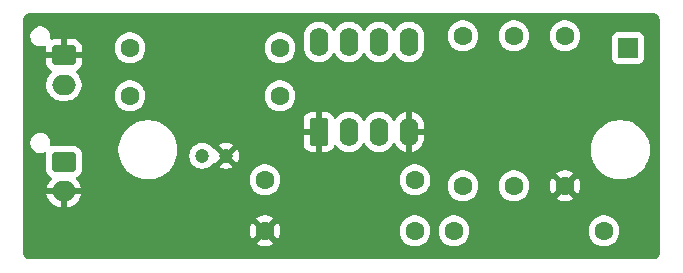
<source format=gbl>
%TF.GenerationSoftware,KiCad,Pcbnew,9.0.2*%
%TF.CreationDate,2025-07-07T17:16:47-07:00*%
%TF.ProjectId,switch_debounce_unit,73776974-6368-45f6-9465-626f756e6365,rev?*%
%TF.SameCoordinates,Original*%
%TF.FileFunction,Copper,L2,Bot*%
%TF.FilePolarity,Positive*%
%FSLAX46Y46*%
G04 Gerber Fmt 4.6, Leading zero omitted, Abs format (unit mm)*
G04 Created by KiCad (PCBNEW 9.0.2) date 2025-07-07 17:16:47*
%MOMM*%
%LPD*%
G01*
G04 APERTURE LIST*
G04 Aperture macros list*
%AMRoundRect*
0 Rectangle with rounded corners*
0 $1 Rounding radius*
0 $2 $3 $4 $5 $6 $7 $8 $9 X,Y pos of 4 corners*
0 Add a 4 corners polygon primitive as box body*
4,1,4,$2,$3,$4,$5,$6,$7,$8,$9,$2,$3,0*
0 Add four circle primitives for the rounded corners*
1,1,$1+$1,$2,$3*
1,1,$1+$1,$4,$5*
1,1,$1+$1,$6,$7*
1,1,$1+$1,$8,$9*
0 Add four rect primitives between the rounded corners*
20,1,$1+$1,$2,$3,$4,$5,0*
20,1,$1+$1,$4,$5,$6,$7,0*
20,1,$1+$1,$6,$7,$8,$9,0*
20,1,$1+$1,$8,$9,$2,$3,0*%
G04 Aperture macros list end*
%TA.AperFunction,ComponentPad*%
%ADD10RoundRect,0.250000X-0.750000X0.600000X-0.750000X-0.600000X0.750000X-0.600000X0.750000X0.600000X0*%
%TD*%
%TA.AperFunction,ComponentPad*%
%ADD11O,2.000000X1.700000*%
%TD*%
%TA.AperFunction,ComponentPad*%
%ADD12C,1.600000*%
%TD*%
%TA.AperFunction,ComponentPad*%
%ADD13RoundRect,0.250000X0.550000X-0.950000X0.550000X0.950000X-0.550000X0.950000X-0.550000X-0.950000X0*%
%TD*%
%TA.AperFunction,ComponentPad*%
%ADD14O,1.600000X2.400000*%
%TD*%
%TA.AperFunction,ComponentPad*%
%ADD15R,1.700000X1.700000*%
%TD*%
%TA.AperFunction,ComponentPad*%
%ADD16C,1.200000*%
%TD*%
G04 APERTURE END LIST*
D10*
%TO.P,SW1,1,1*%
%TO.N,GND*%
X16002000Y-16129000D03*
D11*
%TO.P,SW1,2,2*%
%TO.N,Net-(R31-Pad2)*%
X16002000Y-18629000D03*
%TD*%
D10*
%TO.P,BT1,1,+*%
%TO.N,+5V*%
X16002000Y-25146000D03*
D11*
%TO.P,BT1,2,-*%
%TO.N,GND*%
X16002000Y-27646000D03*
%TD*%
D12*
%TO.P,R36,2*%
%TO.N,Net-(R1-Pad1)*%
X49784000Y-27178000D03*
%TO.P,R36,1*%
%TO.N,+5V*%
X49784000Y-14478000D03*
%TD*%
%TO.P,R1,1*%
%TO.N,Net-(R1-Pad1)*%
X54102000Y-27178000D03*
%TO.P,R1,2*%
%TO.N,Net-(V_out1-Pin_1)*%
X54102000Y-14478000D03*
%TD*%
D13*
%TO.P,U1,1,EMIT*%
%TO.N,GND*%
X37592000Y-22606000D03*
D14*
%TO.P,U1,2,+*%
%TO.N,Net-(U1-+)*%
X40132000Y-22606000D03*
%TO.P,U1,3,-*%
%TO.N,Net-(U1--)*%
X42672000Y-22606000D03*
%TO.P,U1,4,V-*%
%TO.N,GND*%
X45212000Y-22606000D03*
%TO.P,U1,5,BAL*%
%TO.N,unconnected-(U1-BAL-Pad5)*%
X45212000Y-14986000D03*
%TO.P,U1,6,STRB*%
%TO.N,unconnected-(U1-STRB-Pad6)*%
X42672000Y-14986000D03*
%TO.P,U1,7*%
%TO.N,Net-(R1-Pad1)*%
X40132000Y-14986000D03*
%TO.P,U1,8,V+*%
%TO.N,+5V*%
X37592000Y-14986000D03*
%TD*%
D12*
%TO.P,R34,1*%
%TO.N,GND*%
X33020000Y-30988000D03*
%TO.P,R34,2*%
%TO.N,Net-(U1-+)*%
X45720000Y-30988000D03*
%TD*%
D15*
%TO.P,V_out1,1,Pin_1*%
%TO.N,Net-(V_out1-Pin_1)*%
X63754000Y-15494000D03*
%TD*%
D12*
%TO.P,R33,1*%
%TO.N,Net-(U1-+)*%
X45720000Y-26670000D03*
%TO.P,R33,2*%
%TO.N,+5V*%
X33020000Y-26670000D03*
%TD*%
%TO.P,R32,1*%
%TO.N,Net-(R31-Pad2)*%
X21590000Y-15494000D03*
%TO.P,R32,2*%
%TO.N,Net-(U1--)*%
X34290000Y-15494000D03*
%TD*%
%TO.P,R31,1*%
%TO.N,+5V*%
X34290000Y-19558000D03*
%TO.P,R31,2*%
%TO.N,Net-(R31-Pad2)*%
X21590000Y-19558000D03*
%TD*%
%TO.P,R2,1*%
%TO.N,GND*%
X58420000Y-27178000D03*
%TO.P,R2,2*%
%TO.N,Net-(V_out1-Pin_1)*%
X58420000Y-14478000D03*
%TD*%
%TO.P,R35,1*%
%TO.N,Net-(R1-Pad1)*%
X61722000Y-30988000D03*
%TO.P,R35,2*%
%TO.N,Net-(U1-+)*%
X49022000Y-30988000D03*
%TD*%
D16*
%TO.P,C6,1*%
%TO.N,Net-(U1--)*%
X27718000Y-24638000D03*
%TO.P,C6,2*%
%TO.N,GND*%
X29718000Y-24638000D03*
%TD*%
%TA.AperFunction,Conductor*%
%TO.N,GND*%
G36*
X65935922Y-12566280D02*
G01*
X66026266Y-12576459D01*
X66053331Y-12582636D01*
X66132540Y-12610352D01*
X66157553Y-12622398D01*
X66228606Y-12667043D01*
X66250313Y-12684355D01*
X66309644Y-12743686D01*
X66326957Y-12765395D01*
X66371600Y-12836444D01*
X66383648Y-12861462D01*
X66411362Y-12940666D01*
X66417540Y-12967735D01*
X66427720Y-13058076D01*
X66428500Y-13071961D01*
X66428500Y-32902038D01*
X66427720Y-32915922D01*
X66427720Y-32915923D01*
X66417540Y-33006264D01*
X66411362Y-33033333D01*
X66383648Y-33112537D01*
X66371600Y-33137555D01*
X66326957Y-33208604D01*
X66309644Y-33230313D01*
X66250313Y-33289644D01*
X66228604Y-33306957D01*
X66157555Y-33351600D01*
X66132537Y-33363648D01*
X66053333Y-33391362D01*
X66026264Y-33397540D01*
X65946075Y-33406576D01*
X65935921Y-33407720D01*
X65922038Y-33408500D01*
X13071962Y-33408500D01*
X13058078Y-33407720D01*
X13045553Y-33406308D01*
X12967735Y-33397540D01*
X12940666Y-33391362D01*
X12861462Y-33363648D01*
X12836444Y-33351600D01*
X12765395Y-33306957D01*
X12743686Y-33289644D01*
X12684355Y-33230313D01*
X12667042Y-33208604D01*
X12622399Y-33137555D01*
X12610351Y-33112537D01*
X12582637Y-33033333D01*
X12576459Y-33006263D01*
X12566280Y-32915922D01*
X12565500Y-32902038D01*
X12565500Y-30885682D01*
X31720000Y-30885682D01*
X31720000Y-31090317D01*
X31752009Y-31292417D01*
X31815244Y-31487031D01*
X31908141Y-31669350D01*
X31908147Y-31669359D01*
X31940523Y-31713921D01*
X31940524Y-31713922D01*
X32620000Y-31034446D01*
X32620000Y-31040661D01*
X32647259Y-31142394D01*
X32699920Y-31233606D01*
X32774394Y-31308080D01*
X32865606Y-31360741D01*
X32967339Y-31388000D01*
X32973553Y-31388000D01*
X32294076Y-32067474D01*
X32338650Y-32099859D01*
X32520968Y-32192755D01*
X32715582Y-32255990D01*
X32917683Y-32288000D01*
X33122317Y-32288000D01*
X33324417Y-32255990D01*
X33519031Y-32192755D01*
X33701349Y-32099859D01*
X33745921Y-32067474D01*
X33066447Y-31388000D01*
X33072661Y-31388000D01*
X33174394Y-31360741D01*
X33265606Y-31308080D01*
X33340080Y-31233606D01*
X33392741Y-31142394D01*
X33420000Y-31040661D01*
X33420000Y-31034447D01*
X34099474Y-31713921D01*
X34131859Y-31669349D01*
X34224755Y-31487031D01*
X34287990Y-31292417D01*
X34320000Y-31090317D01*
X34320000Y-30885682D01*
X34319995Y-30885648D01*
X44419500Y-30885648D01*
X44419500Y-31090351D01*
X44451522Y-31292534D01*
X44514781Y-31487223D01*
X44578691Y-31612653D01*
X44607585Y-31669359D01*
X44607715Y-31669613D01*
X44728028Y-31835213D01*
X44872786Y-31979971D01*
X44993226Y-32067474D01*
X45038390Y-32100287D01*
X45154607Y-32159503D01*
X45220776Y-32193218D01*
X45220778Y-32193218D01*
X45220781Y-32193220D01*
X45325137Y-32227127D01*
X45415465Y-32256477D01*
X45516557Y-32272488D01*
X45617648Y-32288500D01*
X45617649Y-32288500D01*
X45822351Y-32288500D01*
X45822352Y-32288500D01*
X46024534Y-32256477D01*
X46219219Y-32193220D01*
X46401610Y-32100287D01*
X46494590Y-32032732D01*
X46567213Y-31979971D01*
X46567215Y-31979968D01*
X46567219Y-31979966D01*
X46711966Y-31835219D01*
X46711968Y-31835215D01*
X46711971Y-31835213D01*
X46764732Y-31762590D01*
X46832287Y-31669610D01*
X46925220Y-31487219D01*
X46988477Y-31292534D01*
X47020500Y-31090352D01*
X47020500Y-30885648D01*
X47721500Y-30885648D01*
X47721500Y-31090351D01*
X47753522Y-31292534D01*
X47816781Y-31487223D01*
X47880691Y-31612653D01*
X47909585Y-31669359D01*
X47909715Y-31669613D01*
X48030028Y-31835213D01*
X48174786Y-31979971D01*
X48295226Y-32067474D01*
X48340390Y-32100287D01*
X48456607Y-32159503D01*
X48522776Y-32193218D01*
X48522778Y-32193218D01*
X48522781Y-32193220D01*
X48627137Y-32227127D01*
X48717465Y-32256477D01*
X48818557Y-32272488D01*
X48919648Y-32288500D01*
X48919649Y-32288500D01*
X49124351Y-32288500D01*
X49124352Y-32288500D01*
X49326534Y-32256477D01*
X49521219Y-32193220D01*
X49703610Y-32100287D01*
X49796590Y-32032732D01*
X49869213Y-31979971D01*
X49869215Y-31979968D01*
X49869219Y-31979966D01*
X50013966Y-31835219D01*
X50013968Y-31835215D01*
X50013971Y-31835213D01*
X50066732Y-31762590D01*
X50134287Y-31669610D01*
X50227220Y-31487219D01*
X50290477Y-31292534D01*
X50322500Y-31090352D01*
X50322500Y-30885648D01*
X60421500Y-30885648D01*
X60421500Y-31090351D01*
X60453522Y-31292534D01*
X60516781Y-31487223D01*
X60580691Y-31612653D01*
X60609585Y-31669359D01*
X60609715Y-31669613D01*
X60730028Y-31835213D01*
X60874786Y-31979971D01*
X60995226Y-32067474D01*
X61040390Y-32100287D01*
X61156607Y-32159503D01*
X61222776Y-32193218D01*
X61222778Y-32193218D01*
X61222781Y-32193220D01*
X61327137Y-32227127D01*
X61417465Y-32256477D01*
X61518557Y-32272488D01*
X61619648Y-32288500D01*
X61619649Y-32288500D01*
X61824351Y-32288500D01*
X61824352Y-32288500D01*
X62026534Y-32256477D01*
X62221219Y-32193220D01*
X62403610Y-32100287D01*
X62496590Y-32032732D01*
X62569213Y-31979971D01*
X62569215Y-31979968D01*
X62569219Y-31979966D01*
X62713966Y-31835219D01*
X62713968Y-31835215D01*
X62713971Y-31835213D01*
X62766732Y-31762590D01*
X62834287Y-31669610D01*
X62927220Y-31487219D01*
X62990477Y-31292534D01*
X63022500Y-31090352D01*
X63022500Y-30885648D01*
X63014257Y-30833606D01*
X62990477Y-30683465D01*
X62959458Y-30588000D01*
X62927220Y-30488781D01*
X62927218Y-30488778D01*
X62927218Y-30488776D01*
X62834419Y-30306650D01*
X62834287Y-30306390D01*
X62802092Y-30262077D01*
X62713971Y-30140786D01*
X62569213Y-29996028D01*
X62403613Y-29875715D01*
X62403612Y-29875714D01*
X62403610Y-29875713D01*
X62346653Y-29846691D01*
X62221223Y-29782781D01*
X62026534Y-29719522D01*
X61851995Y-29691878D01*
X61824352Y-29687500D01*
X61619648Y-29687500D01*
X61595329Y-29691351D01*
X61417465Y-29719522D01*
X61222776Y-29782781D01*
X61040386Y-29875715D01*
X60874786Y-29996028D01*
X60730028Y-30140786D01*
X60609715Y-30306386D01*
X60516781Y-30488776D01*
X60453522Y-30683465D01*
X60421500Y-30885648D01*
X50322500Y-30885648D01*
X50314257Y-30833606D01*
X50290477Y-30683465D01*
X50259458Y-30588000D01*
X50227220Y-30488781D01*
X50227218Y-30488778D01*
X50227218Y-30488776D01*
X50134419Y-30306650D01*
X50134287Y-30306390D01*
X50102092Y-30262077D01*
X50013971Y-30140786D01*
X49869213Y-29996028D01*
X49703613Y-29875715D01*
X49703612Y-29875714D01*
X49703610Y-29875713D01*
X49646653Y-29846691D01*
X49521223Y-29782781D01*
X49326534Y-29719522D01*
X49151995Y-29691878D01*
X49124352Y-29687500D01*
X48919648Y-29687500D01*
X48895329Y-29691351D01*
X48717465Y-29719522D01*
X48522776Y-29782781D01*
X48340386Y-29875715D01*
X48174786Y-29996028D01*
X48030028Y-30140786D01*
X47909715Y-30306386D01*
X47816781Y-30488776D01*
X47753522Y-30683465D01*
X47721500Y-30885648D01*
X47020500Y-30885648D01*
X47012257Y-30833606D01*
X46988477Y-30683465D01*
X46957458Y-30588000D01*
X46925220Y-30488781D01*
X46925218Y-30488778D01*
X46925218Y-30488776D01*
X46832419Y-30306650D01*
X46832287Y-30306390D01*
X46800092Y-30262077D01*
X46711971Y-30140786D01*
X46567213Y-29996028D01*
X46401613Y-29875715D01*
X46401612Y-29875714D01*
X46401610Y-29875713D01*
X46344653Y-29846691D01*
X46219223Y-29782781D01*
X46024534Y-29719522D01*
X45849995Y-29691878D01*
X45822352Y-29687500D01*
X45617648Y-29687500D01*
X45593329Y-29691351D01*
X45415465Y-29719522D01*
X45220776Y-29782781D01*
X45038386Y-29875715D01*
X44872786Y-29996028D01*
X44728028Y-30140786D01*
X44607715Y-30306386D01*
X44514781Y-30488776D01*
X44451522Y-30683465D01*
X44419500Y-30885648D01*
X34319995Y-30885648D01*
X34287990Y-30683582D01*
X34224755Y-30488968D01*
X34131859Y-30306650D01*
X34099474Y-30262077D01*
X34099474Y-30262076D01*
X33420000Y-30941551D01*
X33420000Y-30935339D01*
X33392741Y-30833606D01*
X33340080Y-30742394D01*
X33265606Y-30667920D01*
X33174394Y-30615259D01*
X33072661Y-30588000D01*
X33066446Y-30588000D01*
X33745922Y-29908524D01*
X33745921Y-29908523D01*
X33701359Y-29876147D01*
X33701350Y-29876141D01*
X33519031Y-29783244D01*
X33324417Y-29720009D01*
X33122317Y-29688000D01*
X32917683Y-29688000D01*
X32715582Y-29720009D01*
X32520968Y-29783244D01*
X32338644Y-29876143D01*
X32294077Y-29908523D01*
X32294077Y-29908524D01*
X32973554Y-30588000D01*
X32967339Y-30588000D01*
X32865606Y-30615259D01*
X32774394Y-30667920D01*
X32699920Y-30742394D01*
X32647259Y-30833606D01*
X32620000Y-30935339D01*
X32620000Y-30941553D01*
X31940524Y-30262077D01*
X31940523Y-30262077D01*
X31908143Y-30306644D01*
X31815244Y-30488968D01*
X31752009Y-30683582D01*
X31720000Y-30885682D01*
X12565500Y-30885682D01*
X12565500Y-23462228D01*
X13151500Y-23462228D01*
X13151500Y-23629771D01*
X13184182Y-23794074D01*
X13184184Y-23794082D01*
X13248295Y-23948860D01*
X13341373Y-24088162D01*
X13459837Y-24206626D01*
X13510318Y-24240356D01*
X13599137Y-24299703D01*
X13753918Y-24363816D01*
X13901643Y-24393200D01*
X13918228Y-24396499D01*
X13918232Y-24396500D01*
X13918233Y-24396500D01*
X14085768Y-24396500D01*
X14085769Y-24396499D01*
X14250082Y-24363816D01*
X14334786Y-24328729D01*
X14404254Y-24321261D01*
X14466733Y-24352536D01*
X14502386Y-24412624D01*
X14505596Y-24455893D01*
X14501500Y-24495981D01*
X14501500Y-25796001D01*
X14501501Y-25796018D01*
X14512000Y-25898796D01*
X14512001Y-25898799D01*
X14536517Y-25972781D01*
X14567186Y-26065334D01*
X14633300Y-26172523D01*
X14659289Y-26214657D01*
X14783344Y-26338712D01*
X14938558Y-26434448D01*
X14985283Y-26486396D01*
X14996506Y-26555358D01*
X14968663Y-26619441D01*
X14961144Y-26627668D01*
X14822271Y-26766541D01*
X14697379Y-26938442D01*
X14600904Y-27127782D01*
X14535242Y-27329870D01*
X14535242Y-27329873D01*
X14524769Y-27396000D01*
X15568988Y-27396000D01*
X15536075Y-27453007D01*
X15502000Y-27580174D01*
X15502000Y-27711826D01*
X15536075Y-27838993D01*
X15568988Y-27896000D01*
X14524769Y-27896000D01*
X14535242Y-27962126D01*
X14535242Y-27962129D01*
X14600904Y-28164217D01*
X14697379Y-28353557D01*
X14822272Y-28525459D01*
X14822276Y-28525464D01*
X14972535Y-28675723D01*
X14972540Y-28675727D01*
X15144442Y-28800620D01*
X15333782Y-28897095D01*
X15535870Y-28962757D01*
X15745754Y-28996000D01*
X15752000Y-28996000D01*
X15752000Y-28079012D01*
X15809007Y-28111925D01*
X15936174Y-28146000D01*
X16067826Y-28146000D01*
X16194993Y-28111925D01*
X16252000Y-28079012D01*
X16252000Y-28996000D01*
X16258246Y-28996000D01*
X16468127Y-28962757D01*
X16468130Y-28962757D01*
X16670217Y-28897095D01*
X16859557Y-28800620D01*
X17031459Y-28675727D01*
X17031464Y-28675723D01*
X17181723Y-28525464D01*
X17181727Y-28525459D01*
X17306620Y-28353557D01*
X17403095Y-28164217D01*
X17468757Y-27962129D01*
X17468757Y-27962126D01*
X17479231Y-27896000D01*
X16435012Y-27896000D01*
X16467925Y-27838993D01*
X16502000Y-27711826D01*
X16502000Y-27580174D01*
X16467925Y-27453007D01*
X16435012Y-27396000D01*
X17479231Y-27396000D01*
X17468757Y-27329873D01*
X17468757Y-27329870D01*
X17403095Y-27127782D01*
X17306620Y-26938442D01*
X17181727Y-26766540D01*
X17181723Y-26766535D01*
X17042856Y-26627668D01*
X17009371Y-26566345D01*
X17014355Y-26496653D01*
X17056227Y-26440720D01*
X17065441Y-26434448D01*
X17071331Y-26430814D01*
X17071334Y-26430814D01*
X17220656Y-26338712D01*
X17344712Y-26214656D01*
X17436814Y-26065334D01*
X17491999Y-25898797D01*
X17502500Y-25796009D01*
X17502499Y-24495992D01*
X17491999Y-24393203D01*
X17436814Y-24226666D01*
X17344712Y-24077344D01*
X17256936Y-23989568D01*
X20613500Y-23989568D01*
X20613500Y-24270431D01*
X20644942Y-24549494D01*
X20644945Y-24549512D01*
X20707439Y-24823317D01*
X20707443Y-24823329D01*
X20800200Y-25088411D01*
X20922053Y-25341442D01*
X20930528Y-25354930D01*
X21071477Y-25579248D01*
X21198078Y-25738000D01*
X21244337Y-25796008D01*
X21246584Y-25798825D01*
X21445175Y-25997416D01*
X21664752Y-26172523D01*
X21731808Y-26214657D01*
X21902557Y-26321946D01*
X21937372Y-26338712D01*
X22155592Y-26443801D01*
X22354680Y-26513465D01*
X22420670Y-26536556D01*
X22420682Y-26536560D01*
X22694491Y-26599055D01*
X22694497Y-26599055D01*
X22694505Y-26599057D01*
X22875423Y-26619441D01*
X22973569Y-26630499D01*
X22973572Y-26630500D01*
X22973575Y-26630500D01*
X23254428Y-26630500D01*
X23254429Y-26630499D01*
X23397055Y-26614429D01*
X23533494Y-26599057D01*
X23533499Y-26599056D01*
X23533509Y-26599055D01*
X23671112Y-26567648D01*
X31719500Y-26567648D01*
X31719500Y-26772351D01*
X31751522Y-26974534D01*
X31814781Y-27169223D01*
X31846086Y-27230661D01*
X31901284Y-27338993D01*
X31907715Y-27351613D01*
X32028028Y-27517213D01*
X32172786Y-27661971D01*
X32327749Y-27774556D01*
X32338390Y-27782287D01*
X32449682Y-27838993D01*
X32520776Y-27875218D01*
X32520778Y-27875218D01*
X32520781Y-27875220D01*
X32609114Y-27903921D01*
X32715465Y-27938477D01*
X32807203Y-27953007D01*
X32917648Y-27970500D01*
X32917649Y-27970500D01*
X33122351Y-27970500D01*
X33122352Y-27970500D01*
X33324534Y-27938477D01*
X33519219Y-27875220D01*
X33701610Y-27782287D01*
X33798592Y-27711826D01*
X33867213Y-27661971D01*
X33867215Y-27661968D01*
X33867219Y-27661966D01*
X34011966Y-27517219D01*
X34011968Y-27517215D01*
X34011971Y-27517213D01*
X34100036Y-27396000D01*
X34132287Y-27351610D01*
X34225220Y-27169219D01*
X34288477Y-26974534D01*
X34320500Y-26772352D01*
X34320500Y-26567648D01*
X44419500Y-26567648D01*
X44419500Y-26772351D01*
X44451522Y-26974534D01*
X44514781Y-27169223D01*
X44546086Y-27230661D01*
X44601284Y-27338993D01*
X44607715Y-27351613D01*
X44728028Y-27517213D01*
X44872786Y-27661971D01*
X45027749Y-27774556D01*
X45038390Y-27782287D01*
X45149682Y-27838993D01*
X45220776Y-27875218D01*
X45220778Y-27875218D01*
X45220781Y-27875220D01*
X45309114Y-27903921D01*
X45415465Y-27938477D01*
X45507203Y-27953007D01*
X45617648Y-27970500D01*
X45617649Y-27970500D01*
X45822351Y-27970500D01*
X45822352Y-27970500D01*
X46024534Y-27938477D01*
X46219219Y-27875220D01*
X46401610Y-27782287D01*
X46498592Y-27711826D01*
X46567213Y-27661971D01*
X46567215Y-27661968D01*
X46567219Y-27661966D01*
X46711966Y-27517219D01*
X46711968Y-27517215D01*
X46711971Y-27517213D01*
X46800036Y-27396000D01*
X46832287Y-27351610D01*
X46925220Y-27169219D01*
X46955623Y-27075648D01*
X48483500Y-27075648D01*
X48483500Y-27280351D01*
X48515522Y-27482534D01*
X48578781Y-27677223D01*
X48632313Y-27782284D01*
X48671585Y-27859359D01*
X48671715Y-27859613D01*
X48792028Y-28025213D01*
X48936786Y-28169971D01*
X49057226Y-28257474D01*
X49102390Y-28290287D01*
X49218607Y-28349503D01*
X49284776Y-28383218D01*
X49284778Y-28383218D01*
X49284781Y-28383220D01*
X49389137Y-28417127D01*
X49479465Y-28446477D01*
X49580557Y-28462488D01*
X49681648Y-28478500D01*
X49681649Y-28478500D01*
X49886351Y-28478500D01*
X49886352Y-28478500D01*
X50088534Y-28446477D01*
X50283219Y-28383220D01*
X50465610Y-28290287D01*
X50558590Y-28222732D01*
X50631213Y-28169971D01*
X50631215Y-28169968D01*
X50631219Y-28169966D01*
X50775966Y-28025219D01*
X50775968Y-28025215D01*
X50775971Y-28025213D01*
X50838987Y-27938477D01*
X50896287Y-27859610D01*
X50989220Y-27677219D01*
X51052477Y-27482534D01*
X51084500Y-27280352D01*
X51084500Y-27075648D01*
X52801500Y-27075648D01*
X52801500Y-27280351D01*
X52833522Y-27482534D01*
X52896781Y-27677223D01*
X52950313Y-27782284D01*
X52989585Y-27859359D01*
X52989715Y-27859613D01*
X53110028Y-28025213D01*
X53254786Y-28169971D01*
X53375226Y-28257474D01*
X53420390Y-28290287D01*
X53536607Y-28349503D01*
X53602776Y-28383218D01*
X53602778Y-28383218D01*
X53602781Y-28383220D01*
X53707137Y-28417127D01*
X53797465Y-28446477D01*
X53898557Y-28462488D01*
X53999648Y-28478500D01*
X53999649Y-28478500D01*
X54204351Y-28478500D01*
X54204352Y-28478500D01*
X54406534Y-28446477D01*
X54601219Y-28383220D01*
X54783610Y-28290287D01*
X54876590Y-28222732D01*
X54949213Y-28169971D01*
X54949215Y-28169968D01*
X54949219Y-28169966D01*
X55093966Y-28025219D01*
X55093968Y-28025215D01*
X55093971Y-28025213D01*
X55156987Y-27938477D01*
X55214287Y-27859610D01*
X55307220Y-27677219D01*
X55370477Y-27482534D01*
X55402500Y-27280352D01*
X55402500Y-27075682D01*
X57120000Y-27075682D01*
X57120000Y-27280317D01*
X57152009Y-27482417D01*
X57215244Y-27677031D01*
X57308141Y-27859350D01*
X57308147Y-27859359D01*
X57340523Y-27903921D01*
X57340524Y-27903922D01*
X58020000Y-27224446D01*
X58020000Y-27230661D01*
X58047259Y-27332394D01*
X58099920Y-27423606D01*
X58174394Y-27498080D01*
X58265606Y-27550741D01*
X58367339Y-27578000D01*
X58373553Y-27578000D01*
X57694076Y-28257474D01*
X57738650Y-28289859D01*
X57920968Y-28382755D01*
X58115582Y-28445990D01*
X58317683Y-28478000D01*
X58522317Y-28478000D01*
X58724417Y-28445990D01*
X58919031Y-28382755D01*
X59101349Y-28289859D01*
X59145921Y-28257474D01*
X58466447Y-27578000D01*
X58472661Y-27578000D01*
X58574394Y-27550741D01*
X58665606Y-27498080D01*
X58740080Y-27423606D01*
X58792741Y-27332394D01*
X58820000Y-27230661D01*
X58820000Y-27224447D01*
X59499474Y-27903921D01*
X59531859Y-27859349D01*
X59624755Y-27677031D01*
X59687990Y-27482417D01*
X59720000Y-27280317D01*
X59720000Y-27075682D01*
X59687990Y-26873582D01*
X59624755Y-26678968D01*
X59531859Y-26496650D01*
X59499474Y-26452077D01*
X59499474Y-26452076D01*
X58820000Y-27131551D01*
X58820000Y-27125339D01*
X58792741Y-27023606D01*
X58740080Y-26932394D01*
X58665606Y-26857920D01*
X58574394Y-26805259D01*
X58472661Y-26778000D01*
X58466446Y-26778000D01*
X59145922Y-26098524D01*
X59145921Y-26098523D01*
X59101359Y-26066147D01*
X59101350Y-26066141D01*
X58919031Y-25973244D01*
X58724417Y-25910009D01*
X58522317Y-25878000D01*
X58317683Y-25878000D01*
X58115582Y-25910009D01*
X57920968Y-25973244D01*
X57738644Y-26066143D01*
X57694077Y-26098523D01*
X57694077Y-26098524D01*
X58373554Y-26778000D01*
X58367339Y-26778000D01*
X58265606Y-26805259D01*
X58174394Y-26857920D01*
X58099920Y-26932394D01*
X58047259Y-27023606D01*
X58020000Y-27125339D01*
X58020000Y-27131553D01*
X57340524Y-26452077D01*
X57340523Y-26452077D01*
X57308143Y-26496644D01*
X57215244Y-26678968D01*
X57152009Y-26873582D01*
X57120000Y-27075682D01*
X55402500Y-27075682D01*
X55402500Y-27075648D01*
X55394257Y-27023606D01*
X55370477Y-26873465D01*
X55335733Y-26766535D01*
X55307220Y-26678781D01*
X55307218Y-26678778D01*
X55307218Y-26678776D01*
X55273503Y-26612607D01*
X55214287Y-26496390D01*
X55182092Y-26452077D01*
X55093971Y-26330786D01*
X54949213Y-26186028D01*
X54783613Y-26065715D01*
X54783612Y-26065714D01*
X54783610Y-26065713D01*
X54726653Y-26036691D01*
X54601223Y-25972781D01*
X54406534Y-25909522D01*
X54231995Y-25881878D01*
X54204352Y-25877500D01*
X53999648Y-25877500D01*
X53975329Y-25881351D01*
X53797465Y-25909522D01*
X53602776Y-25972781D01*
X53420386Y-26065715D01*
X53254786Y-26186028D01*
X53110028Y-26330786D01*
X52989715Y-26496386D01*
X52896781Y-26678776D01*
X52833522Y-26873465D01*
X52801500Y-27075648D01*
X51084500Y-27075648D01*
X51076257Y-27023606D01*
X51052477Y-26873465D01*
X51017733Y-26766535D01*
X50989220Y-26678781D01*
X50989218Y-26678778D01*
X50989218Y-26678776D01*
X50955503Y-26612607D01*
X50896287Y-26496390D01*
X50864092Y-26452077D01*
X50775971Y-26330786D01*
X50631213Y-26186028D01*
X50465613Y-26065715D01*
X50465612Y-26065714D01*
X50465610Y-26065713D01*
X50408653Y-26036691D01*
X50283223Y-25972781D01*
X50088534Y-25909522D01*
X49913995Y-25881878D01*
X49886352Y-25877500D01*
X49681648Y-25877500D01*
X49657329Y-25881351D01*
X49479465Y-25909522D01*
X49284776Y-25972781D01*
X49102386Y-26065715D01*
X48936786Y-26186028D01*
X48792028Y-26330786D01*
X48671715Y-26496386D01*
X48578781Y-26678776D01*
X48515522Y-26873465D01*
X48483500Y-27075648D01*
X46955623Y-27075648D01*
X46988477Y-26974534D01*
X47020500Y-26772352D01*
X47020500Y-26567648D01*
X47001191Y-26445735D01*
X46988477Y-26365465D01*
X46925218Y-26170776D01*
X46871490Y-26065331D01*
X46832287Y-25988390D01*
X46821283Y-25973244D01*
X46711971Y-25822786D01*
X46567213Y-25678028D01*
X46401613Y-25557715D01*
X46401612Y-25557714D01*
X46401610Y-25557713D01*
X46318482Y-25515357D01*
X46219223Y-25464781D01*
X46024534Y-25401522D01*
X45849995Y-25373878D01*
X45822352Y-25369500D01*
X45617648Y-25369500D01*
X45593329Y-25373351D01*
X45415465Y-25401522D01*
X45220776Y-25464781D01*
X45038386Y-25557715D01*
X44872786Y-25678028D01*
X44728028Y-25822786D01*
X44607715Y-25988386D01*
X44514781Y-26170776D01*
X44451522Y-26365465D01*
X44419500Y-26567648D01*
X34320500Y-26567648D01*
X34301191Y-26445735D01*
X34288477Y-26365465D01*
X34225218Y-26170776D01*
X34171490Y-26065331D01*
X34132287Y-25988390D01*
X34121283Y-25973244D01*
X34011971Y-25822786D01*
X33867213Y-25678028D01*
X33701613Y-25557715D01*
X33701612Y-25557714D01*
X33701610Y-25557713D01*
X33618482Y-25515357D01*
X33519223Y-25464781D01*
X33324534Y-25401522D01*
X33149995Y-25373878D01*
X33122352Y-25369500D01*
X32917648Y-25369500D01*
X32893329Y-25373351D01*
X32715465Y-25401522D01*
X32520776Y-25464781D01*
X32338386Y-25557715D01*
X32172786Y-25678028D01*
X32028028Y-25822786D01*
X31907715Y-25988386D01*
X31814781Y-26170776D01*
X31751522Y-26365465D01*
X31719500Y-26567648D01*
X23671112Y-26567648D01*
X23807318Y-26536560D01*
X24072408Y-26443801D01*
X24325445Y-26321945D01*
X24563248Y-26172523D01*
X24782825Y-25997416D01*
X24981416Y-25798825D01*
X25156523Y-25579248D01*
X25305945Y-25341445D01*
X25427801Y-25088408D01*
X25520560Y-24823318D01*
X25582626Y-24551389D01*
X26617500Y-24551389D01*
X26617500Y-24724611D01*
X26644598Y-24895701D01*
X26698127Y-25060445D01*
X26776768Y-25214788D01*
X26878586Y-25354928D01*
X27001072Y-25477414D01*
X27141212Y-25579232D01*
X27295555Y-25657873D01*
X27460299Y-25711402D01*
X27631389Y-25738500D01*
X27631390Y-25738500D01*
X27804610Y-25738500D01*
X27804611Y-25738500D01*
X27975701Y-25711402D01*
X28140445Y-25657873D01*
X28294788Y-25579232D01*
X28301591Y-25574289D01*
X29135261Y-25574289D01*
X29135262Y-25574290D01*
X29141471Y-25578801D01*
X29295742Y-25657408D01*
X29460415Y-25710914D01*
X29631429Y-25738000D01*
X29804571Y-25738000D01*
X29975584Y-25710914D01*
X30140257Y-25657408D01*
X30294525Y-25578803D01*
X30300736Y-25574289D01*
X30300737Y-25574289D01*
X29718001Y-24991553D01*
X29718000Y-24991553D01*
X29135261Y-25574289D01*
X28301591Y-25574289D01*
X28434928Y-25477414D01*
X28557414Y-25354928D01*
X28623948Y-25263351D01*
X28627268Y-25259493D01*
X28652489Y-25243157D01*
X28676280Y-25224812D01*
X28682149Y-25223946D01*
X28685912Y-25221510D01*
X28698991Y-25221463D01*
X28730999Y-25216745D01*
X28781710Y-25220736D01*
X29364446Y-24638001D01*
X29364446Y-24637999D01*
X29324951Y-24598504D01*
X29418000Y-24598504D01*
X29418000Y-24677496D01*
X29438444Y-24753796D01*
X29477940Y-24822205D01*
X29533795Y-24878060D01*
X29602204Y-24917556D01*
X29678504Y-24938000D01*
X29757496Y-24938000D01*
X29833796Y-24917556D01*
X29902205Y-24878060D01*
X29958060Y-24822205D01*
X29997556Y-24753796D01*
X30018000Y-24677496D01*
X30018000Y-24637999D01*
X30071553Y-24637999D01*
X30071553Y-24638001D01*
X30654289Y-25220737D01*
X30654289Y-25220736D01*
X30658803Y-25214525D01*
X30737408Y-25060257D01*
X30790914Y-24895584D01*
X30818000Y-24724571D01*
X30818000Y-24551428D01*
X30790914Y-24380415D01*
X30737408Y-24215742D01*
X30658801Y-24061471D01*
X30654290Y-24055262D01*
X30654289Y-24055261D01*
X30071553Y-24637999D01*
X30018000Y-24637999D01*
X30018000Y-24598504D01*
X29997556Y-24522204D01*
X29958060Y-24453795D01*
X29902205Y-24397940D01*
X29833796Y-24358444D01*
X29757496Y-24338000D01*
X29678504Y-24338000D01*
X29602204Y-24358444D01*
X29533795Y-24397940D01*
X29477940Y-24453795D01*
X29438444Y-24522204D01*
X29418000Y-24598504D01*
X29324951Y-24598504D01*
X28781708Y-24055261D01*
X28731004Y-24059254D01*
X28725869Y-24058175D01*
X28720830Y-24059636D01*
X28692024Y-24051067D01*
X28662626Y-24044893D01*
X28657538Y-24040809D01*
X28653861Y-24039715D01*
X28641041Y-24027564D01*
X28627269Y-24016508D01*
X28623947Y-24012647D01*
X28557414Y-23921072D01*
X28434928Y-23798586D01*
X28301587Y-23701708D01*
X29135261Y-23701708D01*
X29135261Y-23701709D01*
X29718000Y-24284446D01*
X29718001Y-24284446D01*
X30300737Y-23701709D01*
X30294525Y-23697196D01*
X30140259Y-23618592D01*
X29975584Y-23565085D01*
X29804571Y-23538000D01*
X29631429Y-23538000D01*
X29460415Y-23565085D01*
X29295740Y-23618592D01*
X29141480Y-23697193D01*
X29141463Y-23697203D01*
X29135261Y-23701708D01*
X28301587Y-23701708D01*
X28294788Y-23696768D01*
X28140445Y-23618127D01*
X27975701Y-23564598D01*
X27975699Y-23564597D01*
X27975698Y-23564597D01*
X27842961Y-23543574D01*
X27804611Y-23537500D01*
X27631389Y-23537500D01*
X27593039Y-23543574D01*
X27460302Y-23564597D01*
X27295552Y-23618128D01*
X27141211Y-23696768D01*
X27107891Y-23720977D01*
X27001072Y-23798586D01*
X27001070Y-23798588D01*
X27001069Y-23798588D01*
X26878588Y-23921069D01*
X26878588Y-23921070D01*
X26878586Y-23921072D01*
X26858397Y-23948860D01*
X26776768Y-24061211D01*
X26698128Y-24215552D01*
X26644597Y-24380302D01*
X26639478Y-24412624D01*
X26617500Y-24551389D01*
X25582626Y-24551389D01*
X25583055Y-24549509D01*
X25583931Y-24541730D01*
X25584957Y-24532633D01*
X25584957Y-24532632D01*
X25603977Y-24363816D01*
X25614500Y-24270425D01*
X25614500Y-23989575D01*
X25600034Y-23861185D01*
X25583057Y-23710505D01*
X25583054Y-23710487D01*
X25582645Y-23708697D01*
X25520560Y-23436682D01*
X25427801Y-23171592D01*
X25305945Y-22918555D01*
X25156523Y-22680752D01*
X24981416Y-22461175D01*
X24782825Y-22262584D01*
X24563248Y-22087477D01*
X24325445Y-21938055D01*
X24325442Y-21938053D01*
X24072411Y-21816200D01*
X23807329Y-21723443D01*
X23807317Y-21723439D01*
X23533512Y-21660945D01*
X23533494Y-21660942D01*
X23254431Y-21629500D01*
X23254425Y-21629500D01*
X22973575Y-21629500D01*
X22973568Y-21629500D01*
X22694505Y-21660942D01*
X22694487Y-21660945D01*
X22420682Y-21723439D01*
X22420670Y-21723443D01*
X22155588Y-21816200D01*
X21902557Y-21938053D01*
X21664753Y-22087476D01*
X21445175Y-22262583D01*
X21246583Y-22461175D01*
X21071476Y-22680753D01*
X20922053Y-22918557D01*
X20800200Y-23171588D01*
X20707443Y-23436670D01*
X20707439Y-23436682D01*
X20644945Y-23710487D01*
X20644942Y-23710505D01*
X20613500Y-23989568D01*
X17256936Y-23989568D01*
X17220656Y-23953288D01*
X17071334Y-23861186D01*
X16904797Y-23806001D01*
X16904795Y-23806000D01*
X16802010Y-23795500D01*
X15201998Y-23795500D01*
X15201981Y-23795501D01*
X15099203Y-23806000D01*
X15099200Y-23806001D01*
X14999735Y-23838961D01*
X14929906Y-23841363D01*
X14869865Y-23805631D01*
X14838672Y-23743110D01*
X14839114Y-23697063D01*
X14839173Y-23696768D01*
X14852500Y-23629767D01*
X14852500Y-23462233D01*
X14819816Y-23297918D01*
X14767488Y-23171588D01*
X14755704Y-23143139D01*
X14662626Y-23003837D01*
X14544162Y-22885373D01*
X14404860Y-22792295D01*
X14250082Y-22728184D01*
X14250074Y-22728182D01*
X14085771Y-22695500D01*
X14085767Y-22695500D01*
X13918233Y-22695500D01*
X13918228Y-22695500D01*
X13753925Y-22728182D01*
X13753917Y-22728184D01*
X13599139Y-22792295D01*
X13459837Y-22885373D01*
X13341373Y-23003837D01*
X13248295Y-23143139D01*
X13184184Y-23297917D01*
X13184182Y-23297925D01*
X13151500Y-23462228D01*
X12565500Y-23462228D01*
X12565500Y-21606013D01*
X36292000Y-21606013D01*
X36292000Y-22356000D01*
X37276314Y-22356000D01*
X37271920Y-22360394D01*
X37219259Y-22451606D01*
X37192000Y-22553339D01*
X37192000Y-22658661D01*
X37219259Y-22760394D01*
X37271920Y-22851606D01*
X37276314Y-22856000D01*
X36292001Y-22856000D01*
X36292001Y-23605986D01*
X36302494Y-23708697D01*
X36357641Y-23875119D01*
X36357643Y-23875124D01*
X36449684Y-24024345D01*
X36573654Y-24148315D01*
X36722875Y-24240356D01*
X36722880Y-24240358D01*
X36889302Y-24295505D01*
X36889309Y-24295506D01*
X36992019Y-24305999D01*
X37341999Y-24305999D01*
X37342000Y-24305998D01*
X37342000Y-22921686D01*
X37346394Y-22926080D01*
X37437606Y-22978741D01*
X37539339Y-23006000D01*
X37644661Y-23006000D01*
X37746394Y-22978741D01*
X37837606Y-22926080D01*
X37842000Y-22921686D01*
X37842000Y-24305999D01*
X38191972Y-24305999D01*
X38191986Y-24305998D01*
X38294697Y-24295505D01*
X38461119Y-24240358D01*
X38461124Y-24240356D01*
X38610345Y-24148315D01*
X38734315Y-24024345D01*
X38826356Y-23875124D01*
X38826359Y-23875117D01*
X38853592Y-23792932D01*
X38893364Y-23735487D01*
X38957879Y-23708663D01*
X39026655Y-23720977D01*
X39071616Y-23759049D01*
X39125600Y-23833352D01*
X39140034Y-23853219D01*
X39284786Y-23997971D01*
X39394036Y-24077344D01*
X39450390Y-24118287D01*
X39566607Y-24177503D01*
X39632776Y-24211218D01*
X39632778Y-24211218D01*
X39632781Y-24211220D01*
X39722459Y-24240358D01*
X39827465Y-24274477D01*
X39928557Y-24290488D01*
X40029648Y-24306500D01*
X40029649Y-24306500D01*
X40234351Y-24306500D01*
X40234352Y-24306500D01*
X40436534Y-24274477D01*
X40631219Y-24211220D01*
X40813610Y-24118287D01*
X40938481Y-24027564D01*
X40979213Y-23997971D01*
X40979215Y-23997968D01*
X40979219Y-23997966D01*
X41123966Y-23853219D01*
X41123968Y-23853215D01*
X41123971Y-23853213D01*
X41244284Y-23687614D01*
X41244283Y-23687614D01*
X41244287Y-23687610D01*
X41291516Y-23594917D01*
X41339489Y-23544123D01*
X41407310Y-23527328D01*
X41473445Y-23549865D01*
X41512483Y-23594917D01*
X41530241Y-23629768D01*
X41559715Y-23687614D01*
X41680028Y-23853213D01*
X41824786Y-23997971D01*
X41934036Y-24077344D01*
X41990390Y-24118287D01*
X42106607Y-24177503D01*
X42172776Y-24211218D01*
X42172778Y-24211218D01*
X42172781Y-24211220D01*
X42262459Y-24240358D01*
X42367465Y-24274477D01*
X42468557Y-24290488D01*
X42569648Y-24306500D01*
X42569649Y-24306500D01*
X42774351Y-24306500D01*
X42774352Y-24306500D01*
X42976534Y-24274477D01*
X43171219Y-24211220D01*
X43353610Y-24118287D01*
X43478481Y-24027564D01*
X43519213Y-23997971D01*
X43519215Y-23997968D01*
X43519219Y-23997966D01*
X43663966Y-23853219D01*
X43663968Y-23853215D01*
X43663971Y-23853213D01*
X43784284Y-23687614D01*
X43784283Y-23687614D01*
X43784287Y-23687610D01*
X43831795Y-23594369D01*
X43879770Y-23543574D01*
X43947591Y-23526779D01*
X44013725Y-23549316D01*
X44052765Y-23594370D01*
X44100140Y-23687349D01*
X44220417Y-23852894D01*
X44220417Y-23852895D01*
X44365104Y-23997582D01*
X44530650Y-24117859D01*
X44712968Y-24210754D01*
X44907578Y-24273988D01*
X44962000Y-24282607D01*
X44962000Y-22921686D01*
X44966394Y-22926080D01*
X45057606Y-22978741D01*
X45159339Y-23006000D01*
X45264661Y-23006000D01*
X45366394Y-22978741D01*
X45457606Y-22926080D01*
X45462000Y-22921686D01*
X45462000Y-24282606D01*
X45516421Y-24273988D01*
X45711031Y-24210754D01*
X45893349Y-24117859D01*
X46058894Y-23997582D01*
X46058895Y-23997582D01*
X46066909Y-23989568D01*
X60613500Y-23989568D01*
X60613500Y-24270431D01*
X60644942Y-24549494D01*
X60644945Y-24549512D01*
X60707439Y-24823317D01*
X60707443Y-24823329D01*
X60800200Y-25088411D01*
X60922053Y-25341442D01*
X60930528Y-25354930D01*
X61071477Y-25579248D01*
X61198078Y-25738000D01*
X61244337Y-25796008D01*
X61246584Y-25798825D01*
X61445175Y-25997416D01*
X61664752Y-26172523D01*
X61731808Y-26214657D01*
X61902557Y-26321946D01*
X61937372Y-26338712D01*
X62155592Y-26443801D01*
X62354680Y-26513465D01*
X62420670Y-26536556D01*
X62420682Y-26536560D01*
X62694491Y-26599055D01*
X62694497Y-26599055D01*
X62694505Y-26599057D01*
X62875423Y-26619441D01*
X62973569Y-26630499D01*
X62973572Y-26630500D01*
X62973575Y-26630500D01*
X63254428Y-26630500D01*
X63254429Y-26630499D01*
X63397055Y-26614429D01*
X63533494Y-26599057D01*
X63533499Y-26599056D01*
X63533509Y-26599055D01*
X63807318Y-26536560D01*
X64072408Y-26443801D01*
X64325445Y-26321945D01*
X64563248Y-26172523D01*
X64782825Y-25997416D01*
X64981416Y-25798825D01*
X65156523Y-25579248D01*
X65305945Y-25341445D01*
X65427801Y-25088408D01*
X65520560Y-24823318D01*
X65583055Y-24549509D01*
X65583056Y-24549499D01*
X65583057Y-24549494D01*
X65603977Y-24363816D01*
X65614500Y-24270425D01*
X65614500Y-23989575D01*
X65600034Y-23861185D01*
X65583057Y-23710505D01*
X65583054Y-23710487D01*
X65582645Y-23708697D01*
X65520560Y-23436682D01*
X65427801Y-23171592D01*
X65305945Y-22918555D01*
X65156523Y-22680752D01*
X64981416Y-22461175D01*
X64782825Y-22262584D01*
X64563248Y-22087477D01*
X64325445Y-21938055D01*
X64325442Y-21938053D01*
X64072411Y-21816200D01*
X63807329Y-21723443D01*
X63807317Y-21723439D01*
X63533512Y-21660945D01*
X63533494Y-21660942D01*
X63254431Y-21629500D01*
X63254425Y-21629500D01*
X62973575Y-21629500D01*
X62973568Y-21629500D01*
X62694505Y-21660942D01*
X62694487Y-21660945D01*
X62420682Y-21723439D01*
X62420670Y-21723443D01*
X62155588Y-21816200D01*
X61902557Y-21938053D01*
X61664753Y-22087476D01*
X61445175Y-22262583D01*
X61246583Y-22461175D01*
X61071476Y-22680753D01*
X60922053Y-22918557D01*
X60800200Y-23171588D01*
X60707443Y-23436670D01*
X60707439Y-23436682D01*
X60644945Y-23710487D01*
X60644942Y-23710505D01*
X60613500Y-23989568D01*
X46066909Y-23989568D01*
X46158063Y-23898415D01*
X46203582Y-23852895D01*
X46203582Y-23852894D01*
X46323859Y-23687349D01*
X46416755Y-23505031D01*
X46479990Y-23310417D01*
X46512000Y-23108317D01*
X46512000Y-22856000D01*
X45527686Y-22856000D01*
X45532080Y-22851606D01*
X45584741Y-22760394D01*
X45612000Y-22658661D01*
X45612000Y-22553339D01*
X45584741Y-22451606D01*
X45532080Y-22360394D01*
X45527686Y-22356000D01*
X46512000Y-22356000D01*
X46512000Y-22103682D01*
X46479990Y-21901582D01*
X46416755Y-21706968D01*
X46323859Y-21524650D01*
X46203582Y-21359105D01*
X46203582Y-21359104D01*
X46058895Y-21214417D01*
X45893349Y-21094140D01*
X45711029Y-21001244D01*
X45516413Y-20938009D01*
X45462000Y-20929390D01*
X45462000Y-22290314D01*
X45457606Y-22285920D01*
X45366394Y-22233259D01*
X45264661Y-22206000D01*
X45159339Y-22206000D01*
X45057606Y-22233259D01*
X44966394Y-22285920D01*
X44962000Y-22290314D01*
X44962000Y-20929390D01*
X44907586Y-20938009D01*
X44712970Y-21001244D01*
X44530650Y-21094140D01*
X44365105Y-21214417D01*
X44365104Y-21214417D01*
X44220417Y-21359104D01*
X44220417Y-21359105D01*
X44100140Y-21524650D01*
X44052765Y-21617629D01*
X44004790Y-21668425D01*
X43936969Y-21685220D01*
X43870834Y-21662682D01*
X43831795Y-21617629D01*
X43784419Y-21524650D01*
X43784287Y-21524390D01*
X43744035Y-21468987D01*
X43663971Y-21358786D01*
X43519213Y-21214028D01*
X43353613Y-21093715D01*
X43353612Y-21093714D01*
X43353610Y-21093713D01*
X43294675Y-21063684D01*
X43171223Y-21000781D01*
X42976534Y-20937522D01*
X42801995Y-20909878D01*
X42774352Y-20905500D01*
X42569648Y-20905500D01*
X42545329Y-20909351D01*
X42367465Y-20937522D01*
X42172776Y-21000781D01*
X41990386Y-21093715D01*
X41824786Y-21214028D01*
X41680028Y-21358786D01*
X41559715Y-21524386D01*
X41512485Y-21617080D01*
X41464510Y-21667876D01*
X41396689Y-21684671D01*
X41330554Y-21662134D01*
X41291515Y-21617080D01*
X41244419Y-21524650D01*
X41244287Y-21524390D01*
X41204035Y-21468987D01*
X41123971Y-21358786D01*
X40979213Y-21214028D01*
X40813613Y-21093715D01*
X40813612Y-21093714D01*
X40813610Y-21093713D01*
X40754675Y-21063684D01*
X40631223Y-21000781D01*
X40436534Y-20937522D01*
X40261995Y-20909878D01*
X40234352Y-20905500D01*
X40029648Y-20905500D01*
X40005329Y-20909351D01*
X39827465Y-20937522D01*
X39632776Y-21000781D01*
X39450386Y-21093715D01*
X39284786Y-21214028D01*
X39140032Y-21358782D01*
X39071616Y-21452949D01*
X39016286Y-21495614D01*
X38946672Y-21501593D01*
X38884877Y-21468987D01*
X38853592Y-21419067D01*
X38826358Y-21336880D01*
X38826356Y-21336875D01*
X38734315Y-21187654D01*
X38610345Y-21063684D01*
X38461124Y-20971643D01*
X38461119Y-20971641D01*
X38294697Y-20916494D01*
X38294690Y-20916493D01*
X38191986Y-20906000D01*
X37842000Y-20906000D01*
X37842000Y-22290314D01*
X37837606Y-22285920D01*
X37746394Y-22233259D01*
X37644661Y-22206000D01*
X37539339Y-22206000D01*
X37437606Y-22233259D01*
X37346394Y-22285920D01*
X37342000Y-22290314D01*
X37342000Y-20906000D01*
X36992028Y-20906000D01*
X36992012Y-20906001D01*
X36889302Y-20916494D01*
X36722880Y-20971641D01*
X36722875Y-20971643D01*
X36573654Y-21063684D01*
X36449684Y-21187654D01*
X36357643Y-21336875D01*
X36357641Y-21336880D01*
X36302494Y-21503302D01*
X36302493Y-21503309D01*
X36292000Y-21606013D01*
X12565500Y-21606013D01*
X12565500Y-14445228D01*
X13151500Y-14445228D01*
X13151500Y-14612771D01*
X13184182Y-14777074D01*
X13184184Y-14777082D01*
X13248295Y-14931860D01*
X13341373Y-15071162D01*
X13459837Y-15189626D01*
X13552494Y-15251537D01*
X13599137Y-15282703D01*
X13753918Y-15346816D01*
X13918228Y-15379499D01*
X13918232Y-15379500D01*
X13918233Y-15379500D01*
X14085768Y-15379500D01*
X14085769Y-15379499D01*
X14250082Y-15346816D01*
X14335313Y-15311511D01*
X14404778Y-15304043D01*
X14467258Y-15335317D01*
X14502911Y-15395406D01*
X14506121Y-15438674D01*
X14502000Y-15479008D01*
X14502000Y-15879000D01*
X15568988Y-15879000D01*
X15536075Y-15936007D01*
X15502000Y-16063174D01*
X15502000Y-16194826D01*
X15536075Y-16321993D01*
X15568988Y-16379000D01*
X14502001Y-16379000D01*
X14502001Y-16778986D01*
X14512494Y-16881697D01*
X14567641Y-17048119D01*
X14567643Y-17048124D01*
X14659684Y-17197345D01*
X14783654Y-17321315D01*
X14938484Y-17416815D01*
X14985208Y-17468763D01*
X14996431Y-17537726D01*
X14968587Y-17601808D01*
X14961069Y-17610035D01*
X14821889Y-17749215D01*
X14696951Y-17921179D01*
X14600444Y-18110585D01*
X14534753Y-18312760D01*
X14501500Y-18522713D01*
X14501500Y-18735286D01*
X14523848Y-18876390D01*
X14534754Y-18945243D01*
X14571643Y-19058776D01*
X14600444Y-19147414D01*
X14696951Y-19336820D01*
X14821890Y-19508786D01*
X14972213Y-19659109D01*
X15144179Y-19784048D01*
X15144181Y-19784049D01*
X15144184Y-19784051D01*
X15333588Y-19880557D01*
X15535757Y-19946246D01*
X15745713Y-19979500D01*
X15745714Y-19979500D01*
X16258286Y-19979500D01*
X16258287Y-19979500D01*
X16468243Y-19946246D01*
X16670412Y-19880557D01*
X16859816Y-19784051D01*
X16881789Y-19768086D01*
X17031786Y-19659109D01*
X17031788Y-19659106D01*
X17031792Y-19659104D01*
X17182104Y-19508792D01*
X17220715Y-19455648D01*
X20289500Y-19455648D01*
X20289500Y-19660351D01*
X20321522Y-19862534D01*
X20384781Y-20057223D01*
X20477715Y-20239613D01*
X20598028Y-20405213D01*
X20742786Y-20549971D01*
X20897749Y-20662556D01*
X20908390Y-20670287D01*
X21024607Y-20729503D01*
X21090776Y-20763218D01*
X21090778Y-20763218D01*
X21090781Y-20763220D01*
X21195137Y-20797127D01*
X21285465Y-20826477D01*
X21386557Y-20842488D01*
X21487648Y-20858500D01*
X21487649Y-20858500D01*
X21692351Y-20858500D01*
X21692352Y-20858500D01*
X21894534Y-20826477D01*
X22089219Y-20763220D01*
X22271610Y-20670287D01*
X22364590Y-20602732D01*
X22437213Y-20549971D01*
X22437215Y-20549968D01*
X22437219Y-20549966D01*
X22581966Y-20405219D01*
X22581968Y-20405215D01*
X22581971Y-20405213D01*
X22634732Y-20332590D01*
X22702287Y-20239610D01*
X22795220Y-20057219D01*
X22858477Y-19862534D01*
X22890500Y-19660352D01*
X22890500Y-19455648D01*
X32989500Y-19455648D01*
X32989500Y-19660351D01*
X33021522Y-19862534D01*
X33084781Y-20057223D01*
X33177715Y-20239613D01*
X33298028Y-20405213D01*
X33442786Y-20549971D01*
X33597749Y-20662556D01*
X33608390Y-20670287D01*
X33724607Y-20729503D01*
X33790776Y-20763218D01*
X33790778Y-20763218D01*
X33790781Y-20763220D01*
X33895137Y-20797127D01*
X33985465Y-20826477D01*
X34086557Y-20842488D01*
X34187648Y-20858500D01*
X34187649Y-20858500D01*
X34392351Y-20858500D01*
X34392352Y-20858500D01*
X34594534Y-20826477D01*
X34789219Y-20763220D01*
X34971610Y-20670287D01*
X35064590Y-20602732D01*
X35137213Y-20549971D01*
X35137215Y-20549968D01*
X35137219Y-20549966D01*
X35281966Y-20405219D01*
X35281968Y-20405215D01*
X35281971Y-20405213D01*
X35334732Y-20332590D01*
X35402287Y-20239610D01*
X35495220Y-20057219D01*
X35558477Y-19862534D01*
X35590500Y-19660352D01*
X35590500Y-19455648D01*
X35558477Y-19253466D01*
X35495220Y-19058781D01*
X35495218Y-19058778D01*
X35495218Y-19058776D01*
X35437367Y-18945239D01*
X35402287Y-18876390D01*
X35394556Y-18865749D01*
X35281971Y-18710786D01*
X35137213Y-18566028D01*
X34971613Y-18445715D01*
X34971612Y-18445714D01*
X34971610Y-18445713D01*
X34914653Y-18416691D01*
X34789223Y-18352781D01*
X34594534Y-18289522D01*
X34419995Y-18261878D01*
X34392352Y-18257500D01*
X34187648Y-18257500D01*
X34163329Y-18261351D01*
X33985465Y-18289522D01*
X33790776Y-18352781D01*
X33608386Y-18445715D01*
X33442786Y-18566028D01*
X33298028Y-18710786D01*
X33177715Y-18876386D01*
X33084781Y-19058776D01*
X33021522Y-19253465D01*
X32989500Y-19455648D01*
X22890500Y-19455648D01*
X22858477Y-19253466D01*
X22795220Y-19058781D01*
X22795218Y-19058778D01*
X22795218Y-19058776D01*
X22737367Y-18945239D01*
X22702287Y-18876390D01*
X22694556Y-18865749D01*
X22581971Y-18710786D01*
X22437213Y-18566028D01*
X22271613Y-18445715D01*
X22271612Y-18445714D01*
X22271610Y-18445713D01*
X22214653Y-18416691D01*
X22089223Y-18352781D01*
X21894534Y-18289522D01*
X21719995Y-18261878D01*
X21692352Y-18257500D01*
X21487648Y-18257500D01*
X21463329Y-18261351D01*
X21285465Y-18289522D01*
X21090776Y-18352781D01*
X20908386Y-18445715D01*
X20742786Y-18566028D01*
X20598028Y-18710786D01*
X20477715Y-18876386D01*
X20384781Y-19058776D01*
X20321522Y-19253465D01*
X20289500Y-19455648D01*
X17220715Y-19455648D01*
X17307051Y-19336816D01*
X17403557Y-19147412D01*
X17469246Y-18945243D01*
X17502500Y-18735287D01*
X17502500Y-18522713D01*
X17469246Y-18312757D01*
X17403557Y-18110588D01*
X17307051Y-17921184D01*
X17307049Y-17921181D01*
X17307048Y-17921179D01*
X17182109Y-17749213D01*
X17042931Y-17610035D01*
X17009446Y-17548712D01*
X17014430Y-17479020D01*
X17056302Y-17423087D01*
X17065516Y-17416815D01*
X17220343Y-17321317D01*
X17344315Y-17197345D01*
X17436356Y-17048124D01*
X17436358Y-17048119D01*
X17491505Y-16881697D01*
X17491506Y-16881690D01*
X17501999Y-16778986D01*
X17502000Y-16778973D01*
X17502000Y-16379000D01*
X16435012Y-16379000D01*
X16467925Y-16321993D01*
X16502000Y-16194826D01*
X16502000Y-16063174D01*
X16467925Y-15936007D01*
X16435012Y-15879000D01*
X17501999Y-15879000D01*
X17501999Y-15479028D01*
X17501998Y-15479013D01*
X17493863Y-15399378D01*
X17493863Y-15399377D01*
X17493073Y-15391648D01*
X20289500Y-15391648D01*
X20289500Y-15596351D01*
X20321522Y-15798534D01*
X20384781Y-15993223D01*
X20477715Y-16175613D01*
X20598028Y-16341213D01*
X20742786Y-16485971D01*
X20880928Y-16586335D01*
X20908390Y-16606287D01*
X21002968Y-16654477D01*
X21090776Y-16699218D01*
X21090778Y-16699218D01*
X21090781Y-16699220D01*
X21195137Y-16733127D01*
X21285465Y-16762477D01*
X21386557Y-16778488D01*
X21487648Y-16794500D01*
X21487649Y-16794500D01*
X21692351Y-16794500D01*
X21692352Y-16794500D01*
X21894534Y-16762477D01*
X22089219Y-16699220D01*
X22271610Y-16606287D01*
X22377851Y-16529099D01*
X22437213Y-16485971D01*
X22437215Y-16485968D01*
X22437219Y-16485966D01*
X22581966Y-16341219D01*
X22581968Y-16341215D01*
X22581971Y-16341213D01*
X22660436Y-16233213D01*
X22702287Y-16175610D01*
X22795220Y-15993219D01*
X22858477Y-15798534D01*
X22890500Y-15596352D01*
X22890500Y-15391648D01*
X32989500Y-15391648D01*
X32989500Y-15596351D01*
X33021522Y-15798534D01*
X33084781Y-15993223D01*
X33177715Y-16175613D01*
X33298028Y-16341213D01*
X33442786Y-16485971D01*
X33580928Y-16586335D01*
X33608390Y-16606287D01*
X33702968Y-16654477D01*
X33790776Y-16699218D01*
X33790778Y-16699218D01*
X33790781Y-16699220D01*
X33895137Y-16733127D01*
X33985465Y-16762477D01*
X34086557Y-16778488D01*
X34187648Y-16794500D01*
X34187649Y-16794500D01*
X34392351Y-16794500D01*
X34392352Y-16794500D01*
X34594534Y-16762477D01*
X34789219Y-16699220D01*
X34971610Y-16606287D01*
X35077851Y-16529099D01*
X35137213Y-16485971D01*
X35137215Y-16485968D01*
X35137219Y-16485966D01*
X35281966Y-16341219D01*
X35281968Y-16341215D01*
X35281971Y-16341213D01*
X35360436Y-16233213D01*
X35402287Y-16175610D01*
X35495220Y-15993219D01*
X35558477Y-15798534D01*
X35590500Y-15596352D01*
X35590500Y-15391648D01*
X35579978Y-15325213D01*
X35558477Y-15189465D01*
X35495218Y-14994776D01*
X35461503Y-14928607D01*
X35402287Y-14812390D01*
X35385652Y-14789494D01*
X35281971Y-14646786D01*
X35137213Y-14502028D01*
X35111915Y-14483648D01*
X36291500Y-14483648D01*
X36291500Y-15488351D01*
X36323522Y-15690534D01*
X36386781Y-15885223D01*
X36479715Y-16067613D01*
X36600028Y-16233213D01*
X36744786Y-16377971D01*
X36845969Y-16451483D01*
X36910390Y-16498287D01*
X37026607Y-16557503D01*
X37092776Y-16591218D01*
X37092778Y-16591218D01*
X37092781Y-16591220D01*
X37197137Y-16625127D01*
X37287465Y-16654477D01*
X37388557Y-16670488D01*
X37489648Y-16686500D01*
X37489649Y-16686500D01*
X37694351Y-16686500D01*
X37694352Y-16686500D01*
X37896534Y-16654477D01*
X38091219Y-16591220D01*
X38273610Y-16498287D01*
X38420064Y-16391883D01*
X38439213Y-16377971D01*
X38439215Y-16377968D01*
X38439219Y-16377966D01*
X38583966Y-16233219D01*
X38583968Y-16233215D01*
X38583971Y-16233213D01*
X38704284Y-16067614D01*
X38704285Y-16067613D01*
X38704287Y-16067610D01*
X38751516Y-15974917D01*
X38799489Y-15924123D01*
X38867310Y-15907328D01*
X38933445Y-15929865D01*
X38972485Y-15974919D01*
X39019715Y-16067614D01*
X39140028Y-16233213D01*
X39284786Y-16377971D01*
X39385969Y-16451483D01*
X39450390Y-16498287D01*
X39566607Y-16557503D01*
X39632776Y-16591218D01*
X39632778Y-16591218D01*
X39632781Y-16591220D01*
X39737137Y-16625127D01*
X39827465Y-16654477D01*
X39928557Y-16670488D01*
X40029648Y-16686500D01*
X40029649Y-16686500D01*
X40234351Y-16686500D01*
X40234352Y-16686500D01*
X40436534Y-16654477D01*
X40631219Y-16591220D01*
X40813610Y-16498287D01*
X40960064Y-16391883D01*
X40979213Y-16377971D01*
X40979215Y-16377968D01*
X40979219Y-16377966D01*
X41123966Y-16233219D01*
X41123968Y-16233215D01*
X41123971Y-16233213D01*
X41244284Y-16067614D01*
X41244285Y-16067613D01*
X41244287Y-16067610D01*
X41291516Y-15974917D01*
X41339489Y-15924123D01*
X41407310Y-15907328D01*
X41473445Y-15929865D01*
X41512485Y-15974919D01*
X41559715Y-16067614D01*
X41680028Y-16233213D01*
X41824786Y-16377971D01*
X41925969Y-16451483D01*
X41990390Y-16498287D01*
X42106607Y-16557503D01*
X42172776Y-16591218D01*
X42172778Y-16591218D01*
X42172781Y-16591220D01*
X42277137Y-16625127D01*
X42367465Y-16654477D01*
X42468557Y-16670488D01*
X42569648Y-16686500D01*
X42569649Y-16686500D01*
X42774351Y-16686500D01*
X42774352Y-16686500D01*
X42976534Y-16654477D01*
X43171219Y-16591220D01*
X43353610Y-16498287D01*
X43500064Y-16391883D01*
X43519213Y-16377971D01*
X43519215Y-16377968D01*
X43519219Y-16377966D01*
X43663966Y-16233219D01*
X43663968Y-16233215D01*
X43663971Y-16233213D01*
X43784284Y-16067614D01*
X43784285Y-16067613D01*
X43784287Y-16067610D01*
X43831516Y-15974917D01*
X43879489Y-15924123D01*
X43947310Y-15907328D01*
X44013445Y-15929865D01*
X44052485Y-15974919D01*
X44099715Y-16067614D01*
X44220028Y-16233213D01*
X44364786Y-16377971D01*
X44465969Y-16451483D01*
X44530390Y-16498287D01*
X44646607Y-16557503D01*
X44712776Y-16591218D01*
X44712778Y-16591218D01*
X44712781Y-16591220D01*
X44817137Y-16625127D01*
X44907465Y-16654477D01*
X45008557Y-16670488D01*
X45109648Y-16686500D01*
X45109649Y-16686500D01*
X45314351Y-16686500D01*
X45314352Y-16686500D01*
X45516534Y-16654477D01*
X45711219Y-16591220D01*
X45893610Y-16498287D01*
X46040064Y-16391883D01*
X46059213Y-16377971D01*
X46059215Y-16377968D01*
X46059219Y-16377966D01*
X46203966Y-16233219D01*
X46203968Y-16233215D01*
X46203971Y-16233213D01*
X46256732Y-16160590D01*
X46324287Y-16067610D01*
X46417220Y-15885219D01*
X46480477Y-15690534D01*
X46512500Y-15488352D01*
X46512500Y-14483648D01*
X46495394Y-14375648D01*
X48483500Y-14375648D01*
X48483500Y-14580351D01*
X48515522Y-14782534D01*
X48578781Y-14977223D01*
X48671715Y-15159613D01*
X48792028Y-15325213D01*
X48936786Y-15469971D01*
X49091749Y-15582556D01*
X49102390Y-15590287D01*
X49218607Y-15649503D01*
X49284776Y-15683218D01*
X49284778Y-15683218D01*
X49284781Y-15683220D01*
X49389137Y-15717127D01*
X49479465Y-15746477D01*
X49580557Y-15762488D01*
X49681648Y-15778500D01*
X49681649Y-15778500D01*
X49886351Y-15778500D01*
X49886352Y-15778500D01*
X50088534Y-15746477D01*
X50283219Y-15683220D01*
X50465610Y-15590287D01*
X50605913Y-15488352D01*
X50631213Y-15469971D01*
X50631215Y-15469968D01*
X50631219Y-15469966D01*
X50775966Y-15325219D01*
X50775968Y-15325215D01*
X50775971Y-15325213D01*
X50859764Y-15209880D01*
X50896287Y-15159610D01*
X50989220Y-14977219D01*
X51052477Y-14782534D01*
X51084500Y-14580352D01*
X51084500Y-14375648D01*
X52801500Y-14375648D01*
X52801500Y-14580351D01*
X52833522Y-14782534D01*
X52896781Y-14977223D01*
X52989715Y-15159613D01*
X53110028Y-15325213D01*
X53254786Y-15469971D01*
X53409749Y-15582556D01*
X53420390Y-15590287D01*
X53536607Y-15649503D01*
X53602776Y-15683218D01*
X53602778Y-15683218D01*
X53602781Y-15683220D01*
X53707137Y-15717127D01*
X53797465Y-15746477D01*
X53898557Y-15762488D01*
X53999648Y-15778500D01*
X53999649Y-15778500D01*
X54204351Y-15778500D01*
X54204352Y-15778500D01*
X54406534Y-15746477D01*
X54601219Y-15683220D01*
X54783610Y-15590287D01*
X54923913Y-15488352D01*
X54949213Y-15469971D01*
X54949215Y-15469968D01*
X54949219Y-15469966D01*
X55093966Y-15325219D01*
X55093968Y-15325215D01*
X55093971Y-15325213D01*
X55177764Y-15209880D01*
X55214287Y-15159610D01*
X55307220Y-14977219D01*
X55370477Y-14782534D01*
X55402500Y-14580352D01*
X55402500Y-14375648D01*
X57119500Y-14375648D01*
X57119500Y-14580351D01*
X57151522Y-14782534D01*
X57214781Y-14977223D01*
X57307715Y-15159613D01*
X57428028Y-15325213D01*
X57572786Y-15469971D01*
X57727749Y-15582556D01*
X57738390Y-15590287D01*
X57854607Y-15649503D01*
X57920776Y-15683218D01*
X57920778Y-15683218D01*
X57920781Y-15683220D01*
X58025137Y-15717127D01*
X58115465Y-15746477D01*
X58216557Y-15762488D01*
X58317648Y-15778500D01*
X58317649Y-15778500D01*
X58522351Y-15778500D01*
X58522352Y-15778500D01*
X58724534Y-15746477D01*
X58919219Y-15683220D01*
X59101610Y-15590287D01*
X59241913Y-15488352D01*
X59267213Y-15469971D01*
X59267215Y-15469968D01*
X59267219Y-15469966D01*
X59411966Y-15325219D01*
X59411968Y-15325215D01*
X59411971Y-15325213D01*
X59495764Y-15209880D01*
X59532287Y-15159610D01*
X59625220Y-14977219D01*
X59688477Y-14782534D01*
X59718000Y-14596135D01*
X62403500Y-14596135D01*
X62403500Y-16391870D01*
X62403501Y-16391876D01*
X62409908Y-16451483D01*
X62460202Y-16586328D01*
X62460206Y-16586335D01*
X62546452Y-16701544D01*
X62546455Y-16701547D01*
X62661664Y-16787793D01*
X62661671Y-16787797D01*
X62796517Y-16838091D01*
X62796516Y-16838091D01*
X62803444Y-16838835D01*
X62856127Y-16844500D01*
X64651872Y-16844499D01*
X64711483Y-16838091D01*
X64846331Y-16787796D01*
X64961546Y-16701546D01*
X65047796Y-16586331D01*
X65098091Y-16451483D01*
X65104500Y-16391873D01*
X65104499Y-14596128D01*
X65098091Y-14536517D01*
X65085227Y-14502028D01*
X65047797Y-14401671D01*
X65047793Y-14401664D01*
X64961547Y-14286455D01*
X64961544Y-14286452D01*
X64846335Y-14200206D01*
X64846328Y-14200202D01*
X64711482Y-14149908D01*
X64711483Y-14149908D01*
X64651883Y-14143501D01*
X64651881Y-14143500D01*
X64651873Y-14143500D01*
X64651864Y-14143500D01*
X62856129Y-14143500D01*
X62856123Y-14143501D01*
X62796516Y-14149908D01*
X62661671Y-14200202D01*
X62661664Y-14200206D01*
X62546455Y-14286452D01*
X62546452Y-14286455D01*
X62460206Y-14401664D01*
X62460202Y-14401671D01*
X62409908Y-14536517D01*
X62405196Y-14580351D01*
X62403501Y-14596123D01*
X62403500Y-14596135D01*
X59718000Y-14596135D01*
X59720500Y-14580352D01*
X59720500Y-14375648D01*
X59688477Y-14173466D01*
X59678740Y-14143500D01*
X59647670Y-14047876D01*
X59625220Y-13978781D01*
X59625218Y-13978778D01*
X59625218Y-13978776D01*
X59587314Y-13904386D01*
X59532287Y-13796390D01*
X59470382Y-13711184D01*
X59411971Y-13630786D01*
X59267213Y-13486028D01*
X59101613Y-13365715D01*
X59101612Y-13365714D01*
X59101610Y-13365713D01*
X59044653Y-13336691D01*
X58919223Y-13272781D01*
X58724534Y-13209522D01*
X58549995Y-13181878D01*
X58522352Y-13177500D01*
X58317648Y-13177500D01*
X58293329Y-13181351D01*
X58115465Y-13209522D01*
X57920776Y-13272781D01*
X57738386Y-13365715D01*
X57572786Y-13486028D01*
X57428028Y-13630786D01*
X57307715Y-13796386D01*
X57214781Y-13978776D01*
X57151522Y-14173465D01*
X57119500Y-14375648D01*
X55402500Y-14375648D01*
X55370477Y-14173466D01*
X55360740Y-14143500D01*
X55329670Y-14047876D01*
X55307220Y-13978781D01*
X55307218Y-13978778D01*
X55307218Y-13978776D01*
X55269314Y-13904386D01*
X55214287Y-13796390D01*
X55152382Y-13711184D01*
X55093971Y-13630786D01*
X54949213Y-13486028D01*
X54783613Y-13365715D01*
X54783612Y-13365714D01*
X54783610Y-13365713D01*
X54726653Y-13336691D01*
X54601223Y-13272781D01*
X54406534Y-13209522D01*
X54231995Y-13181878D01*
X54204352Y-13177500D01*
X53999648Y-13177500D01*
X53975329Y-13181351D01*
X53797465Y-13209522D01*
X53602776Y-13272781D01*
X53420386Y-13365715D01*
X53254786Y-13486028D01*
X53110028Y-13630786D01*
X52989715Y-13796386D01*
X52896781Y-13978776D01*
X52833522Y-14173465D01*
X52801500Y-14375648D01*
X51084500Y-14375648D01*
X51052477Y-14173466D01*
X51042740Y-14143500D01*
X51011670Y-14047876D01*
X50989220Y-13978781D01*
X50989218Y-13978778D01*
X50989218Y-13978776D01*
X50951314Y-13904386D01*
X50896287Y-13796390D01*
X50834382Y-13711184D01*
X50775971Y-13630786D01*
X50631213Y-13486028D01*
X50465613Y-13365715D01*
X50465612Y-13365714D01*
X50465610Y-13365713D01*
X50408653Y-13336691D01*
X50283223Y-13272781D01*
X50088534Y-13209522D01*
X49913995Y-13181878D01*
X49886352Y-13177500D01*
X49681648Y-13177500D01*
X49657329Y-13181351D01*
X49479465Y-13209522D01*
X49284776Y-13272781D01*
X49102386Y-13365715D01*
X48936786Y-13486028D01*
X48792028Y-13630786D01*
X48671715Y-13796386D01*
X48578781Y-13978776D01*
X48515522Y-14173465D01*
X48483500Y-14375648D01*
X46495394Y-14375648D01*
X46481636Y-14288781D01*
X46480477Y-14281465D01*
X46445385Y-14173465D01*
X46417220Y-14086781D01*
X46417218Y-14086778D01*
X46417218Y-14086776D01*
X46362191Y-13978781D01*
X46324287Y-13904390D01*
X46298120Y-13868374D01*
X46203971Y-13738786D01*
X46059213Y-13594028D01*
X45893613Y-13473715D01*
X45893612Y-13473714D01*
X45893610Y-13473713D01*
X45836653Y-13444691D01*
X45711223Y-13380781D01*
X45516534Y-13317522D01*
X45341995Y-13289878D01*
X45314352Y-13285500D01*
X45109648Y-13285500D01*
X45085329Y-13289351D01*
X44907465Y-13317522D01*
X44712776Y-13380781D01*
X44530386Y-13473715D01*
X44364786Y-13594028D01*
X44220028Y-13738786D01*
X44099715Y-13904386D01*
X44052485Y-13997080D01*
X44004510Y-14047876D01*
X43936689Y-14064671D01*
X43870554Y-14042134D01*
X43831515Y-13997080D01*
X43822191Y-13978781D01*
X43784287Y-13904390D01*
X43758120Y-13868374D01*
X43663971Y-13738786D01*
X43519213Y-13594028D01*
X43353613Y-13473715D01*
X43353612Y-13473714D01*
X43353610Y-13473713D01*
X43296653Y-13444691D01*
X43171223Y-13380781D01*
X42976534Y-13317522D01*
X42801995Y-13289878D01*
X42774352Y-13285500D01*
X42569648Y-13285500D01*
X42545329Y-13289351D01*
X42367465Y-13317522D01*
X42172776Y-13380781D01*
X41990386Y-13473715D01*
X41824786Y-13594028D01*
X41680028Y-13738786D01*
X41559715Y-13904386D01*
X41512485Y-13997080D01*
X41464510Y-14047876D01*
X41396689Y-14064671D01*
X41330554Y-14042134D01*
X41291515Y-13997080D01*
X41282191Y-13978781D01*
X41244287Y-13904390D01*
X41218120Y-13868374D01*
X41123971Y-13738786D01*
X40979213Y-13594028D01*
X40813613Y-13473715D01*
X40813612Y-13473714D01*
X40813610Y-13473713D01*
X40756653Y-13444691D01*
X40631223Y-13380781D01*
X40436534Y-13317522D01*
X40261995Y-13289878D01*
X40234352Y-13285500D01*
X40029648Y-13285500D01*
X40005329Y-13289351D01*
X39827465Y-13317522D01*
X39632776Y-13380781D01*
X39450386Y-13473715D01*
X39284786Y-13594028D01*
X39140028Y-13738786D01*
X39019715Y-13904386D01*
X38972485Y-13997080D01*
X38924510Y-14047876D01*
X38856689Y-14064671D01*
X38790554Y-14042134D01*
X38751515Y-13997080D01*
X38742191Y-13978781D01*
X38704287Y-13904390D01*
X38678120Y-13868374D01*
X38583971Y-13738786D01*
X38439213Y-13594028D01*
X38273613Y-13473715D01*
X38273612Y-13473714D01*
X38273610Y-13473713D01*
X38216653Y-13444691D01*
X38091223Y-13380781D01*
X37896534Y-13317522D01*
X37721995Y-13289878D01*
X37694352Y-13285500D01*
X37489648Y-13285500D01*
X37465329Y-13289351D01*
X37287465Y-13317522D01*
X37092776Y-13380781D01*
X36910386Y-13473715D01*
X36744786Y-13594028D01*
X36600028Y-13738786D01*
X36479715Y-13904386D01*
X36386781Y-14086776D01*
X36323522Y-14281465D01*
X36291500Y-14483648D01*
X35111915Y-14483648D01*
X34971613Y-14381715D01*
X34971612Y-14381714D01*
X34971610Y-14381713D01*
X34914653Y-14352691D01*
X34789223Y-14288781D01*
X34594534Y-14225522D01*
X34419995Y-14197878D01*
X34392352Y-14193500D01*
X34187648Y-14193500D01*
X34163329Y-14197351D01*
X33985465Y-14225522D01*
X33790776Y-14288781D01*
X33608386Y-14381715D01*
X33442786Y-14502028D01*
X33298028Y-14646786D01*
X33177715Y-14812386D01*
X33084781Y-14994776D01*
X33021522Y-15189465D01*
X32989500Y-15391648D01*
X22890500Y-15391648D01*
X22879978Y-15325213D01*
X22858477Y-15189465D01*
X22795218Y-14994776D01*
X22761503Y-14928607D01*
X22702287Y-14812390D01*
X22685652Y-14789494D01*
X22581971Y-14646786D01*
X22437213Y-14502028D01*
X22271613Y-14381715D01*
X22271612Y-14381714D01*
X22271610Y-14381713D01*
X22214653Y-14352691D01*
X22089223Y-14288781D01*
X21894534Y-14225522D01*
X21719995Y-14197878D01*
X21692352Y-14193500D01*
X21487648Y-14193500D01*
X21463329Y-14197351D01*
X21285465Y-14225522D01*
X21090776Y-14288781D01*
X20908386Y-14381715D01*
X20742786Y-14502028D01*
X20598028Y-14646786D01*
X20477715Y-14812386D01*
X20384781Y-14994776D01*
X20321522Y-15189465D01*
X20289500Y-15391648D01*
X17493073Y-15391648D01*
X17491505Y-15376303D01*
X17436358Y-15209880D01*
X17436356Y-15209875D01*
X17344315Y-15060654D01*
X17220345Y-14936684D01*
X17071124Y-14844643D01*
X17071119Y-14844641D01*
X16904697Y-14789494D01*
X16904690Y-14789493D01*
X16801986Y-14779000D01*
X16252000Y-14779000D01*
X16252000Y-15695988D01*
X16194993Y-15663075D01*
X16067826Y-15629000D01*
X15936174Y-15629000D01*
X15809007Y-15663075D01*
X15752000Y-15695988D01*
X15752000Y-14779000D01*
X15202028Y-14779000D01*
X15202012Y-14779001D01*
X15099302Y-14789494D01*
X14999623Y-14822525D01*
X14929795Y-14824927D01*
X14869753Y-14789195D01*
X14838560Y-14726675D01*
X14839002Y-14680628D01*
X14852499Y-14612770D01*
X14852500Y-14612768D01*
X14852500Y-14445232D01*
X14852499Y-14445228D01*
X14841548Y-14390174D01*
X14819816Y-14280918D01*
X14765549Y-14149908D01*
X14755704Y-14126139D01*
X14662626Y-13986837D01*
X14544162Y-13868373D01*
X14404860Y-13775295D01*
X14250082Y-13711184D01*
X14250074Y-13711182D01*
X14085771Y-13678500D01*
X14085767Y-13678500D01*
X13918233Y-13678500D01*
X13918228Y-13678500D01*
X13753925Y-13711182D01*
X13753917Y-13711184D01*
X13599139Y-13775295D01*
X13459837Y-13868373D01*
X13341373Y-13986837D01*
X13248295Y-14126139D01*
X13184184Y-14280917D01*
X13184182Y-14280925D01*
X13151500Y-14445228D01*
X12565500Y-14445228D01*
X12565500Y-13071961D01*
X12566280Y-13058077D01*
X12566280Y-13058076D01*
X12576460Y-12967729D01*
X12582635Y-12940670D01*
X12610353Y-12861456D01*
X12622396Y-12836450D01*
X12667046Y-12765389D01*
X12684351Y-12743690D01*
X12743690Y-12684351D01*
X12765389Y-12667046D01*
X12836450Y-12622396D01*
X12861456Y-12610353D01*
X12940670Y-12582635D01*
X12967733Y-12576459D01*
X13030419Y-12569396D01*
X13058079Y-12566280D01*
X13071962Y-12565500D01*
X13130892Y-12565500D01*
X65863108Y-12565500D01*
X65922038Y-12565500D01*
X65935922Y-12566280D01*
G37*
%TD.AperFunction*%
%TD*%
M02*

</source>
